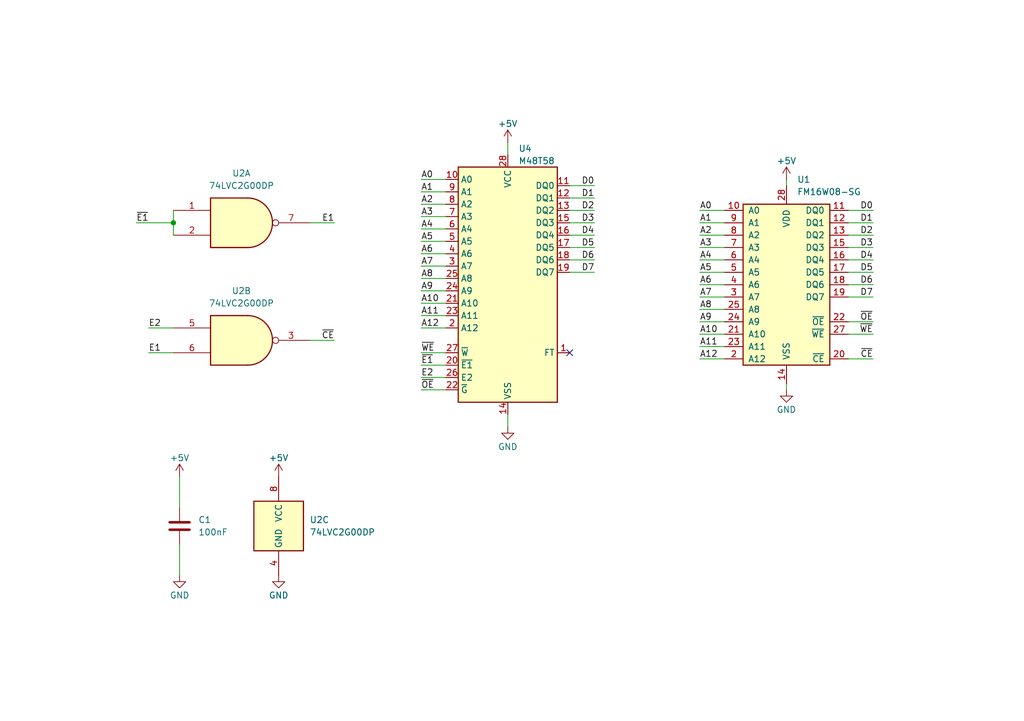
<source format=kicad_sch>
(kicad_sch (version 20231120) (generator "eeschema") (generator_version "8.0")
  (paper "A5")
  (lib_symbols
    (symbol "74xGxx:74AHCT2G00"
      (property "Reference" "U" (at -2.54 3.81 0))
      (property "Value" "74AHCT2G00" (at 0 -3.81 0))
      (symbol "74AHCT2G00_1_1"
        (arc (start 0 -5.08) (mid 5.0579 0) (end 0 5.08) (stroke (width 0.254)) (fill (type background)))
        (polyline (pts (xy 0 -5.08) (xy -7.62 -5.08) (xy -7.62 5.08) (xy 0 5.08)) (stroke (width 0.254)) (fill (type background)))
        (pin input line (at -15.24 2.54 0) (length 7.62) (name "~") (number "1"))
        (pin input line (at -15.24 -2.54 0) (length 7.62) (name "~") (number "2"))
        (pin output inverted (at 12.7 0 180) (length 7.62) (name "~") (number "7"))
      )
      (symbol "74AHCT2G00_2_1"
        (arc (start 0 -5.08) (mid 5.0579 0) (end 0 5.08) (stroke (width 0.254)) (fill (type background)))
        (polyline (pts (xy 0 -5.08) (xy -7.62 -5.08) (xy -7.62 5.08) (xy 0 5.08)) (stroke (width 0.254)) (fill (type background)))
        (pin output inverted (at 12.7 0 180) (length 7.62) (name "~") (number "3"))
        (pin input line (at -15.24 2.54 0) (length 7.62) (name "~") (number "5"))
        (pin input line (at -15.24 -2.54 0) (length 7.62) (name "~") (number "6"))
      )
      (symbol "74AHCT2G00_3_0"
        (rectangle (start -5.08 -5.08) (end 5.08 5.08) (stroke (width 0.254)) (fill (type background)))
      )
      (symbol "74AHCT2G00_3_1"
        (pin power_in line (at 0 -10.16 90) (length 5.08) (name "GND") (number "4"))
        (pin power_in line (at 0 10.16 270) (length 5.08) (name "VCC") (number "8"))
      )
    )
    (symbol "Additional:M48T58"
      (property "Reference" "U" (at 3.81 27.94 0))
      (property "Value" "M48T58" (at 3.81 25.4 0))
      (symbol "M48T58_1_1"
        (rectangle (start -10.16 24.13) (end 10.16 -24.13) (stroke (width 0.254)) (fill (type background)))
        (pin input line (at 12.7 -13.97 180) (length 2.54) (name "FT") (number "1"))
        (pin input line (at -12.7 21.59 0) (length 2.54) (name "A0") (number "10"))
        (pin bidirectional line (at 12.7 20.32 180) (length 2.54) (name "DQ0") (number "11"))
        (pin bidirectional line (at 12.7 17.78 180) (length 2.54) (name "DQ1") (number "12"))
        (pin bidirectional line (at 12.7 15.24 180) (length 2.54) (name "DQ2") (number "13"))
        (pin power_in line (at 0 -26.67 90) (length 2.54) (name "VSS") (number "14"))
        (pin bidirectional line (at 12.7 12.7 180) (length 2.54) (name "DQ3") (number "15"))
        (pin bidirectional line (at 12.7 10.16 180) (length 2.54) (name "DQ4") (number "16"))
        (pin bidirectional line (at 12.7 7.62 180) (length 2.54) (name "DQ5") (number "17"))
        (pin bidirectional line (at 12.7 5.08 180) (length 2.54) (name "DQ6") (number "18"))
        (pin bidirectional line (at 12.7 2.54 180) (length 2.54) (name "DQ7") (number "19"))
        (pin input line (at -12.7 -8.89 0) (length 2.54) (name "A12") (number "2"))
        (pin input line (at -12.7 -16.51 0) (length 2.54) (name "~{E1}") (number "20"))
        (pin input line (at -12.7 -3.81 0) (length 2.54) (name "A10") (number "21"))
        (pin input line (at -12.7 -21.59 0) (length 2.54) (name "~{G}") (number "22"))
        (pin input line (at -12.7 -6.35 0) (length 2.54) (name "A11") (number "23"))
        (pin input line (at -12.7 -1.27 0) (length 2.54) (name "A9") (number "24"))
        (pin input line (at -12.7 1.27 0) (length 2.54) (name "A8") (number "25"))
        (pin input line (at -12.7 -19.05 0) (length 2.54) (name "E2") (number "26"))
        (pin input line (at -12.7 -13.97 0) (length 2.54) (name "~{W}") (number "27"))
        (pin power_in line (at 0 26.67 270) (length 2.54) (name "VCC") (number "28"))
        (pin input line (at -12.7 3.81 0) (length 2.54) (name "A7") (number "3"))
        (pin input line (at -12.7 6.35 0) (length 2.54) (name "A6") (number "4"))
        (pin input line (at -12.7 8.89 0) (length 2.54) (name "A5") (number "5"))
        (pin input line (at -12.7 11.43 0) (length 2.54) (name "A4") (number "6"))
        (pin input line (at -12.7 13.97 0) (length 2.54) (name "A3") (number "7"))
        (pin input line (at -12.7 16.51 0) (length 2.54) (name "A2") (number "8"))
        (pin input line (at -12.7 19.05 0) (length 2.54) (name "A1") (number "9"))
      )
    )
    (symbol "Device:C" (pin_numbers hide) (pin_names (offset 0.254))
      (property "Reference" "C" (at 0.635 2.54 0))
      (property "Value" "C" (at 0.635 -2.54 0))
      (symbol "C_0_1"
        (polyline (pts (xy -2.032 -0.762) (xy 2.032 -0.762)) (stroke (width 0.508)))
        (polyline (pts (xy -2.032 0.762) (xy 2.032 0.762)) (stroke (width 0.508)))
      )
      (symbol "C_1_1"
        (pin passive line (at 0 3.81 270) (length 2.794) (name "~") (number "1"))
        (pin passive line (at 0 -3.81 90) (length 2.794) (name "~") (number "2"))
      )
    )
    (symbol "Memory_NVRAM:FM16W08-SG" (pin_names (offset 1.016))
      (property "Reference" "U" (at -7.62 17.78 0))
      (property "Value" "FM16W08-SG" (at 1.27 17.78 0))
      (symbol "FM16W08-SG_0_1"
        (rectangle (start -8.89 16.51) (end 8.89 -16.51) (stroke (width 0.254)) (fill (type background)))
      )
      (symbol "FM16W08-SG_1_1"
        (pin input line (at -12.7 15.24 0) (length 3.81) (name "A0") (number "10"))
        (pin bidirectional line (at 12.7 15.24 180) (length 3.81) (name "DQ0") (number "11"))
        (pin bidirectional line (at 12.7 12.7 180) (length 3.81) (name "DQ1") (number "12"))
        (pin bidirectional line (at 12.7 10.16 180) (length 3.81) (name "DQ2") (number "13"))
        (pin power_in line (at 0 -20.32 90) (length 3.81) (name "VSS") (number "14"))
        (pin bidirectional line (at 12.7 7.62 180) (length 3.81) (name "DQ3") (number "15"))
        (pin bidirectional line (at 12.7 5.08 180) (length 3.81) (name "DQ4") (number "16"))
        (pin bidirectional line (at 12.7 2.54 180) (length 3.81) (name "DQ5") (number "17"))
        (pin bidirectional line (at 12.7 0 180) (length 3.81) (name "DQ6") (number "18"))
        (pin bidirectional line (at 12.7 -2.54 180) (length 3.81) (name "DQ7") (number "19"))
        (pin input line (at -12.7 -15.24 0) (length 3.81) (name "A12") (number "2"))
        (pin input line (at 12.7 -15.24 180) (length 3.81) (name "~{CE}") (number "20"))
        (pin input line (at -12.7 -10.16 0) (length 3.81) (name "A10") (number "21"))
        (pin input line (at 12.7 -7.62 180) (length 3.81) (name "~{OE}") (number "22"))
        (pin input line (at -12.7 -12.7 0) (length 3.81) (name "A11") (number "23"))
        (pin input line (at -12.7 -7.62 0) (length 3.81) (name "A9") (number "24"))
        (pin input line (at -12.7 -5.08 0) (length 3.81) (name "A8") (number "25"))
        (pin input line (at 12.7 -10.16 180) (length 3.81) (name "~{WE}") (number "27"))
        (pin power_in line (at 0 20.32 270) (length 3.81) (name "VDD") (number "28"))
        (pin input line (at -12.7 -2.54 0) (length 3.81) (name "A7") (number "3"))
        (pin input line (at -12.7 0 0) (length 3.81) (name "A6") (number "4"))
        (pin input line (at -12.7 2.54 0) (length 3.81) (name "A5") (number "5"))
        (pin input line (at -12.7 5.08 0) (length 3.81) (name "A4") (number "6"))
        (pin input line (at -12.7 7.62 0) (length 3.81) (name "A3") (number "7"))
        (pin input line (at -12.7 10.16 0) (length 3.81) (name "A2") (number "8"))
        (pin input line (at -12.7 12.7 0) (length 3.81) (name "A1") (number "9"))
      )
    )
    (symbol "power:+5V" (power) (pin_numbers hide) (pin_names (offset 0) hide)
      (property "Value" "+5V" (at 0 3.556 0))
      (symbol "+5V_0_1"
        (polyline (pts (xy -0.762 1.27) (xy 0 2.54)))
        (polyline (pts (xy 0 0) (xy 0 2.54)))
        (polyline (pts (xy 0 2.54) (xy 0.762 1.27)))
      )
      (symbol "+5V_1_1"
        (pin power_in line (at 0 0 90) (length 0) (name "~") (number "1"))
      )
    )
    (symbol "power:GND" (power) (pin_numbers hide) (pin_names (offset 0) hide)
      (property "Value" "GND" (at 0 -3.81 0))
      (symbol "GND_0_1"
        (polyline (pts (xy 0 0) (xy 0 -1.27) (xy 1.27 -1.27) (xy 0 -2.54) (xy -1.27 -1.27) (xy 0 -1.27)))
      )
      (symbol "GND_1_1"
        (pin power_in line (at 0 0 270) (length 0) (name "~") (number "1"))
      )
    )
  )
  (junction (at 35.56 45.72))
  (no_connect (at 116.84 72.39))
  (wire (pts (xy 36.83 97.79) (xy 36.83 104.14)))
  (wire (pts (xy 143.51 48.26) (xy 148.59 48.26)))
  (wire (pts (xy 143.51 45.72) (xy 148.59 45.72)))
  (wire (pts (xy 161.29 36.83) (xy 161.29 38.1)))
  (wire (pts (xy 116.84 48.26) (xy 121.92 48.26)))
  (wire (pts (xy 27.94 45.72) (xy 35.56 45.72)))
  (wire (pts (xy 173.99 60.96) (xy 179.07 60.96)))
  (wire (pts (xy 116.84 43.18) (xy 121.92 43.18)))
  (wire (pts (xy 86.36 36.83) (xy 91.44 36.83)))
  (wire (pts (xy 86.36 39.37) (xy 91.44 39.37)))
  (wire (pts (xy 143.51 53.34) (xy 148.59 53.34)))
  (wire (pts (xy 143.51 63.5) (xy 148.59 63.5)))
  (wire (pts (xy 86.36 54.61) (xy 91.44 54.61)))
  (wire (pts (xy 173.99 66.04) (xy 179.07 66.04)))
  (wire (pts (xy 143.51 43.18) (xy 148.59 43.18)))
  (wire (pts (xy 173.99 45.72) (xy 179.07 45.72)))
  (wire (pts (xy 86.36 72.39) (xy 91.44 72.39)))
  (wire (pts (xy 86.36 52.07) (xy 91.44 52.07)))
  (wire (pts (xy 161.29 78.74) (xy 161.29 80.01)))
  (wire (pts (xy 143.51 60.96) (xy 148.59 60.96)))
  (wire (pts (xy 173.99 43.18) (xy 179.07 43.18)))
  (wire (pts (xy 173.99 58.42) (xy 179.07 58.42)))
  (wire (pts (xy 86.36 46.99) (xy 91.44 46.99)))
  (wire (pts (xy 116.84 55.88) (xy 121.92 55.88)))
  (wire (pts (xy 173.99 53.34) (xy 179.07 53.34)))
  (wire (pts (xy 86.36 67.31) (xy 91.44 67.31)))
  (wire (pts (xy 35.56 45.72) (xy 35.56 48.26)))
  (wire (pts (xy 86.36 57.15) (xy 91.44 57.15)))
  (wire (pts (xy 143.51 50.8) (xy 148.59 50.8)))
  (wire (pts (xy 86.36 44.45) (xy 91.44 44.45)))
  (wire (pts (xy 173.99 68.58) (xy 179.07 68.58)))
  (wire (pts (xy 116.84 40.64) (xy 121.92 40.64)))
  (wire (pts (xy 35.56 43.18) (xy 35.56 45.72)))
  (wire (pts (xy 91.44 80.01) (xy 86.36 80.01)))
  (wire (pts (xy 143.51 66.04) (xy 148.59 66.04)))
  (wire (pts (xy 143.51 58.42) (xy 148.59 58.42)))
  (wire (pts (xy 86.36 74.93) (xy 91.44 74.93)))
  (wire (pts (xy 173.99 48.26) (xy 179.07 48.26)))
  (wire (pts (xy 173.99 73.66) (xy 179.07 73.66)))
  (wire (pts (xy 143.51 55.88) (xy 148.59 55.88)))
  (wire (pts (xy 116.84 38.1) (xy 121.92 38.1)))
  (wire (pts (xy 104.14 85.09) (xy 104.14 87.63)))
  (wire (pts (xy 173.99 55.88) (xy 179.07 55.88)))
  (wire (pts (xy 116.84 53.34) (xy 121.92 53.34)))
  (wire (pts (xy 86.36 64.77) (xy 91.44 64.77)))
  (wire (pts (xy 173.99 50.8) (xy 179.07 50.8)))
  (wire (pts (xy 86.36 59.69) (xy 91.44 59.69)))
  (wire (pts (xy 86.36 77.47) (xy 91.44 77.47)))
  (wire (pts (xy 30.48 67.31) (xy 35.56 67.31)))
  (wire (pts (xy 36.83 111.76) (xy 36.83 118.11)))
  (wire (pts (xy 104.14 29.21) (xy 104.14 31.75)))
  (wire (pts (xy 86.36 41.91) (xy 91.44 41.91)))
  (wire (pts (xy 143.51 68.58) (xy 148.59 68.58)))
  (wire (pts (xy 86.36 49.53) (xy 91.44 49.53)))
  (wire (pts (xy 143.51 71.12) (xy 148.59 71.12)))
  (wire (pts (xy 116.84 50.8) (xy 121.92 50.8)))
  (wire (pts (xy 63.5 69.85) (xy 68.58 69.85)))
  (wire (pts (xy 63.5 45.72) (xy 68.58 45.72)))
  (wire (pts (xy 30.48 72.39) (xy 35.56 72.39)))
  (wire (pts (xy 143.51 73.66) (xy 148.59 73.66)))
  (wire (pts (xy 116.84 45.72) (xy 121.92 45.72)))
  (wire (pts (xy 86.36 62.23) (xy 91.44 62.23)))
  (label "D4" (at 121.92 48.26 180))
  (label "E2" (at 30.48 67.31 0))
  (label "A8" (at 86.36 57.15 0))
  (label "D6" (at 179.07 58.42 180))
  (label "~{CE}" (at 68.58 69.85 180))
  (label "D0" (at 121.92 38.1 180))
  (label "~{OE}" (at 86.36 80.01 0))
  (label "D3" (at 121.92 45.72 180))
  (label "D3" (at 179.07 50.8 180))
  (label "~{OE}" (at 179.07 66.04 180))
  (label "A3" (at 143.51 50.8 0))
  (label "A7" (at 86.36 54.61 0))
  (label "D7" (at 179.07 60.96 180))
  (label "~{WE}" (at 86.36 72.39 0))
  (label "A1" (at 143.51 45.72 0))
  (label "A9" (at 86.36 59.69 0))
  (label "A0" (at 143.51 43.18 0))
  (label "A11" (at 86.36 64.77 0))
  (label "A5" (at 86.36 49.53 0))
  (label "D5" (at 179.07 55.88 180))
  (label "D6" (at 121.92 53.34 180))
  (label "A6" (at 86.36 52.07 0))
  (label "A7" (at 143.51 60.96 0))
  (label "D0" (at 179.07 43.18 180))
  (label "D4" (at 179.07 53.34 180))
  (label "~{E1}" (at 27.94 45.72 0))
  (label "A2" (at 86.36 41.91 0))
  (label "~{E1}" (at 86.36 74.93 0))
  (label "A2" (at 143.51 48.26 0))
  (label "D1" (at 179.07 45.72 180))
  (label "A11" (at 143.51 71.12 0))
  (label "A4" (at 143.51 53.34 0))
  (label "A6" (at 143.51 58.42 0))
  (label "D7" (at 121.92 55.88 180))
  (label "D2" (at 121.92 43.18 180))
  (label "A9" (at 143.51 66.04 0))
  (label "E1" (at 68.58 45.72 180))
  (label "A12" (at 86.36 67.31 0))
  (label "A12" (at 143.51 73.66 0))
  (label "E1" (at 30.48 72.39 0))
  (label "D5" (at 121.92 50.8 180))
  (label "A0" (at 86.36 36.83 0))
  (label "~{CE}" (at 179.07 73.66 180))
  (label "A4" (at 86.36 46.99 0))
  (label "A1" (at 86.36 39.37 0))
  (label "D2" (at 179.07 48.26 180))
  (label "D1" (at 121.92 40.64 180))
  (label "A10" (at 86.36 62.23 0))
  (label "A10" (at 143.51 68.58 0))
  (label "A5" (at 143.51 55.88 0))
  (label "A8" (at 143.51 63.5 0))
  (label "E2" (at 86.36 77.47 0))
  (label "~{WE}" (at 179.07 68.58 180))
  (label "A3" (at 86.36 44.45 0))
  (symbol (lib_id "power:GND") (at 161.29 80.01 0) (unit 1)
    (property "Reference" "#PWR02" (effects (hide yes)))
    (property "Value" "GND" (at 161.29 84.074 0))
    (property "Description" "Power symbol creates a global label with name \"GND\" , ground" (effects (hide yes)))
  )
  (symbol (lib_id "power:+5V") (at 36.83 97.79 0) (unit 1)
    (property "Reference" "#PWR05" (effects (hide yes)))
    (property "Value" "+5V" (at 36.83 93.98 0))
    (property "Description" "Power symbol creates a global label with name \"+5V\"" (effects (hide yes)))
  )
  (symbol (lib_id "74xGxx:74AHCT2G00") (at 57.15 107.95 0) (unit 3)
    (property "Reference" "U2" (at 63.5 106.6799 0) (effects (justify left)))
    (property "Value" "74LVC2G00DP" (at 63.5 109.2199 0) (effects (justify left)))
    (property "Footprint" "Package_SO:TSSOP-8_3x3mm_P0.65mm" (effects (hide yes)))
    (property "Datasheet" "https://assets.nexperia.com/documents/data-sheet/74AHC_AHCT2G00.pdf" (effects (hide yes)))
    (property "Description" "Dual NAND Gate, TTL input High-speed Si-gate CMOS" (effects (hide yes)))
  )
  (symbol (lib_id "power:GND") (at 36.83 118.11 0) (unit 1)
    (property "Reference" "#PWR06" (effects (hide yes)))
    (property "Value" "GND" (at 36.83 122.174 0))
    (property "Description" "Power symbol creates a global label with name \"GND\" , ground" (effects (hide yes)))
  )
  (symbol (lib_id "Memory_NVRAM:FM16W08-SG") (at 161.29 58.42 0) (unit 1)
    (property "Reference" "U1" (at 163.4841 36.83 0) (effects (justify left)))
    (property "Value" "FM16W08-SG" (at 163.4841 39.37 0) (effects (justify left)))
    (property "Footprint" "Package_SO:SOIC-28W_7.5x17.9mm_P1.27mm" (effects (hide yes)))
    (property "Datasheet" "http://www.cypress.com/file/41731/download" (effects (hide yes)))
    (property "Description" "64Kb FRAM nonvolatile memory, SOIC-28" (effects (hide yes)))
  )
  (symbol (lib_id "power:GND") (at 104.14 87.63 0) (unit 1)
    (property "Reference" "#PWR08" (effects (hide yes)))
    (property "Value" "GND" (at 104.14 91.694 0))
    (property "Description" "Power symbol creates a global label with name \"GND\" , ground" (effects (hide yes)))
  )
  (symbol (lib_id "74xGxx:74AHCT2G00") (at 50.8 45.72 0) (unit 1)
    (property "Reference" "U2" (at 49.5189 35.56 0))
    (property "Value" "74LVC2G00DP" (at 49.5189 38.1 0))
    (property "Footprint" "Package_SO:TSSOP-8_3x3mm_P0.65mm" (effects (hide yes)))
    (property "Datasheet" "https://assets.nexperia.com/documents/data-sheet/74AHC_AHCT2G00.pdf" (effects (hide yes)))
    (property "Description" "Dual NAND Gate, TTL input High-speed Si-gate CMOS" (effects (hide yes)))
  )
  (symbol (lib_id "Device:C") (at 36.83 107.95 0) (unit 1)
    (property "Reference" "C1" (at 40.64 106.6799 0) (effects (justify left)))
    (property "Value" "100nF" (at 40.64 109.2199 0) (effects (justify left)))
    (property "Footprint" "Capacitor_SMD:C_0805_2012Metric" (effects (hide yes)))
    (property "Description" "Unpolarized capacitor" (effects (hide yes)))
  )
  (symbol (lib_id "Additional:M48T58") (at 104.14 58.42 0) (unit 1)
    (property "Reference" "U4" (at 106.3341 30.48 0) (effects (justify left)))
    (property "Value" "M48T58" (at 106.3341 33.02 0) (effects (justify left)))
    (property "Footprint" "Additional:DIP-28_W15.24mm_Socket" (effects (hide yes)))
    (property "Datasheet" "https://www.mouser.at/datasheet/2/389/m48t02-1849963.pdf" (effects (hide yes)))
    (property "Description" "5.0 V, 16 Kbit (2 Kb x 8) TIMEKEEPER® SRAM, DIP-24" (effects (hide yes)))
  )
  (symbol (lib_id "74xGxx:74AHCT2G00") (at 50.8 69.85 0) (unit 2)
    (property "Reference" "U2" (at 49.5189 59.69 0))
    (property "Value" "74LVC2G00DP" (at 49.5189 62.23 0))
    (property "Footprint" "Package_SO:TSSOP-8_3x3mm_P0.65mm" (effects (hide yes)))
    (property "Datasheet" "https://assets.nexperia.com/documents/data-sheet/74AHC_AHCT2G00.pdf" (effects (hide yes)))
    (property "Description" "Dual NAND Gate, TTL input High-speed Si-gate CMOS" (effects (hide yes)))
  )
  (symbol (lib_id "power:+5V") (at 104.14 29.21 0) (unit 1)
    (property "Reference" "#PWR07" (effects (hide yes)))
    (property "Value" "+5V" (at 104.14 25.4 0))
    (property "Description" "Power symbol creates a global label with name \"+5V\"" (effects (hide yes)))
  )
  (symbol (lib_id "power:+5V") (at 161.29 36.83 0) (unit 1)
    (property "Reference" "#PWR01" (effects (hide yes)))
    (property "Value" "+5V" (at 161.29 33.02 0))
    (property "Description" "Power symbol creates a global label with name \"+5V\"" (effects (hide yes)))
  )
  (symbol (lib_id "power:+5V") (at 57.15 97.79 0) (unit 1)
    (property "Reference" "#PWR04" (effects (hide yes)))
    (property "Value" "+5V" (at 57.15 93.98 0))
    (property "Description" "Power symbol creates a global label with name \"+5V\"" (effects (hide yes)))
  )
  (symbol (lib_id "power:GND") (at 57.15 118.11 0) (unit 1)
    (property "Reference" "#PWR03" (effects (hide yes)))
    (property "Value" "GND" (at 57.15 122.174 0))
    (property "Description" "Power symbol creates a global label with name \"GND\" , ground" (effects (hide yes)))
  )
)
</source>
